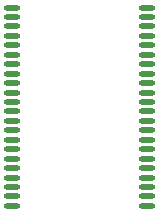
<source format=gtp>
%FSLAX25Y25*%
%MOIN*%
G70*
G01*
G75*
G04 Layer_Color=8421504*
%ADD10O,0.05512X0.01969*%
%ADD11C,0.00800*%
%ADD12C,0.05906*%
%ADD13R,0.05906X0.05906*%
%ADD14R,0.05906X0.05906*%
%ADD15C,0.00984*%
%ADD16C,0.02362*%
%ADD17C,0.00787*%
%ADD18C,0.01000*%
D10*
X77559Y133071D02*
D03*
Y129921D02*
D03*
Y126772D02*
D03*
Y123622D02*
D03*
Y120472D02*
D03*
Y117323D02*
D03*
Y114173D02*
D03*
Y111024D02*
D03*
Y107874D02*
D03*
Y104724D02*
D03*
Y101575D02*
D03*
Y98425D02*
D03*
Y95276D02*
D03*
Y92126D02*
D03*
Y88976D02*
D03*
Y85827D02*
D03*
Y82677D02*
D03*
Y79528D02*
D03*
Y76378D02*
D03*
Y73228D02*
D03*
Y70079D02*
D03*
Y66929D02*
D03*
X122441Y133071D02*
D03*
Y129921D02*
D03*
Y126772D02*
D03*
Y123622D02*
D03*
Y120472D02*
D03*
Y117323D02*
D03*
Y114173D02*
D03*
Y111024D02*
D03*
Y107874D02*
D03*
Y104724D02*
D03*
Y101575D02*
D03*
Y98425D02*
D03*
Y95276D02*
D03*
Y92126D02*
D03*
Y88976D02*
D03*
Y85827D02*
D03*
Y82677D02*
D03*
Y79528D02*
D03*
Y76378D02*
D03*
Y73228D02*
D03*
Y70079D02*
D03*
Y66929D02*
D03*
M02*

</source>
